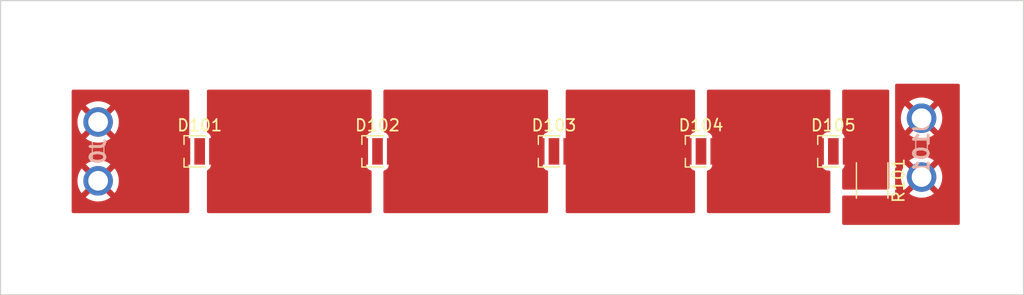
<source format=kicad_pcb>
(kicad_pcb (version 20211014) (generator pcbnew)
  (layers (0 "F.Cu" signal) (31 "B.Cu" signal) (34 "B.Paste" user) (35 "F.Paste" user) (36 "B.SilkS" user "B.Silkscreen") (37 "F.SilkS" user "F.Silkscreen") (38 "B.Mask" user) (39 "F.Mask" user) (44 "Edge.Cuts" user))
  (net 0 "")
  (net 1 "GNDPWR")
  (net 2 "Net-(D101-Pad2)")
  (net 3 "Net-(D102-Pad2)")
  (net 4 "Net-(D103-Pad2)")
  (net 5 "Net-(D104-Pad2)")
  (net 6 "Net-(D105-Pad2)")
  (net 7 "Net-(J101-Pad1)")
  (footprint "LED_SMD:LED_Cree-XB" (layer "F.Cu") (at 104.02 69.85)
    (fp_text reference "D101" (at 0 -2.25) (layer "F.SilkS"))
    (fp_text value "LED")
    (fp_line (start 0.5 -1.35) (end -1.35 -1.35) (layer "F.SilkS") (width 0.12))
    (fp_line (start 0.5 1.35) (end -1.35 1.35) (layer "F.SilkS") (width 0.12))
    (fp_line (start -1.35 1.35) (end -1.35 0.6) (layer "F.SilkS") (width 0.12))
    (fp_line (start -1.35 -1.35) (end -1.35 -0.6) (layer "F.SilkS") (width 0.12))
    (pad "1" smd rect (at -0.98 0) (size 0.33 2.29) (layers "F.Cu" "F.Paste" "F.Mask") (net 1 "GNDPWR"))
    (pad "2" smd rect (at 0.98 0) (size 0.33 2.29) (layers "F.Cu" "F.Paste" "F.Mask") (net 2 "Net-(D101-Pad2)"))
    (pad "3" smd rect (at 0 0) (size 0.92 2.29) (layers "F.Cu" "F.Mask"))
  )
  (footprint "LED_SMD:LED_Cree-XB" (layer "F.Cu") (at 158.75 69.85)
    (fp_text reference "D105" (at 0 -2.25) (layer "F.SilkS"))
    (fp_text value "LED")
    (fp_line (start 0.5 -1.35) (end -1.35 -1.35) (layer "F.SilkS") (width 0.12))
    (fp_line (start 0.5 1.35) (end -1.35 1.35) (layer "F.SilkS") (width 0.12))
    (fp_line (start -1.35 1.35) (end -1.35 0.6) (layer "F.SilkS") (width 0.12))
    (fp_line (start -1.35 -1.35) (end -1.35 -0.6) (layer "F.SilkS") (width 0.12))
    (pad "1" smd rect (at -0.98 0) (size 0.33 2.29) (layers "F.Cu" "F.Paste" "F.Mask") (net 5 "Net-(D104-Pad2)"))
    (pad "2" smd rect (at 0.98 0) (size 0.33 2.29) (layers "F.Cu" "F.Paste" "F.Mask") (net 6 "Net-(D105-Pad2)"))
    (pad "3" smd rect (at 0 0) (size 0.92 2.29) (layers "F.Cu" "F.Mask"))
  )
  (footprint "LED_SMD:LED_Cree-XB" (layer "F.Cu") (at 134.62 69.85)
    (fp_text reference "D103" (at 0 -2.25) (layer "F.SilkS"))
    (fp_text value "LED")
    (fp_line (start -1.35 1.35) (end -1.35 0.6) (layer "F.SilkS") (width 0.12))
    (fp_line (start 0.5 1.35) (end -1.35 1.35) (layer "F.SilkS") (width 0.12))
    (fp_line (start -1.35 -1.35) (end -1.35 -0.6) (layer "F.SilkS") (width 0.12))
    (fp_line (start 0.5 -1.35) (end -1.35 -1.35) (layer "F.SilkS") (width 0.12))
    (pad "1" smd rect (at -0.98 0) (size 0.33 2.29) (layers "F.Cu" "F.Paste" "F.Mask") (net 3 "Net-(D102-Pad2)"))
    (pad "2" smd rect (at 0.98 0) (size 0.33 2.29) (layers "F.Cu" "F.Paste" "F.Mask") (net 4 "Net-(D103-Pad2)"))
    (pad "3" smd rect (at 0 0) (size 0.92 2.29) (layers "F.Cu" "F.Mask"))
  )
  (footprint "Resistor_SMD:R_2010_5025Metric" (layer "F.Cu") (at 162.105 72.3635 -90)
    (fp_text reference "R101" (at 0 -2.28 90) (layer "F.SilkS"))
    (fp_text value "6.2")
    (fp_line (start -1.527064 -1.36) (end 1.527064 -1.36) (layer "F.SilkS") (width 0.12))
    (fp_line (start -1.527064 1.36) (end 1.527064 1.36) (layer "F.SilkS") (width 0.12))
    (pad "1" smd roundrect (at -2.3125 0 270) (size 1.225 2.65) (layers "F.Cu" "F.Paste" "F.Mask") (roundrect_rratio 0.204082) (net 6 "Net-(D105-Pad2)"))
    (pad "2" smd roundrect (at 2.3125 0 270) (size 1.225 2.65) (layers "F.Cu" "F.Paste" "F.Mask") (roundrect_rratio 0.204082) (net 7 "Net-(J101-Pad1)"))
  )
  (footprint "LED_SMD:LED_Cree-XB" (layer "F.Cu") (at 147.32 69.85)
    (fp_text reference "D104" (at 0 -2.25) (layer "F.SilkS"))
    (fp_text value "LED")
    (fp_line (start 0.5 -1.35) (end -1.35 -1.35) (layer "F.SilkS") (width 0.12))
    (fp_line (start -1.35 1.35) (end -1.35 0.6) (layer "F.SilkS") (width 0.12))
    (fp_line (start -1.35 -1.35) (end -1.35 -0.6) (layer "F.SilkS") (width 0.12))
    (fp_line (start 0.5 1.35) (end -1.35 1.35) (layer "F.SilkS") (width 0.12))
    (pad "1" smd rect (at -0.98 0) (size 0.33 2.29) (layers "F.Cu" "F.Paste" "F.Mask") (net 4 "Net-(D103-Pad2)"))
    (pad "2" smd rect (at 0.98 0) (size 0.33 2.29) (layers "F.Cu" "F.Paste" "F.Mask") (net 5 "Net-(D104-Pad2)"))
    (pad "3" smd rect (at 0 0) (size 0.92 2.29) (layers "F.Cu" "F.Mask"))
  )
  (footprint "LED_SMD:LED_Cree-XB" (layer "F.Cu") (at 119.38 69.85)
    (fp_text reference "D102" (at 0 -2.25) (layer "F.SilkS"))
    (fp_text value "LED")
    (fp_line (start 0.5 -1.35) (end -1.35 -1.35) (layer "F.SilkS") (width 0.12))
    (fp_line (start -1.35 1.35) (end -1.35 0.6) (layer "F.SilkS") (width 0.12))
    (fp_line (start 0.5 1.35) (end -1.35 1.35) (layer "F.SilkS") (width 0.12))
    (fp_line (start -1.35 -1.35) (end -1.35 -0.6) (layer "F.SilkS") (width 0.12))
    (pad "1" smd rect (at -0.98 0) (size 0.33 2.29) (layers "F.Cu" "F.Paste" "F.Mask") (net 2 "Net-(D101-Pad2)"))
    (pad "2" smd rect (at 0.98 0) (size 0.33 2.29) (layers "F.Cu" "F.Paste" "F.Mask") (net 3 "Net-(D102-Pad2)"))
    (pad "3" smd rect (at 0 0) (size 0.92 2.29) (layers "F.Cu" "F.Mask"))
  )
  (footprint "SpadeLugs:197054303" (layer "B.Cu") (at 166.37 72.065 90)
    (fp_text reference "J101" (at 2.54 0 90) (layer "B.SilkS") (effects (font (size 1.27 1.27) (thickness 0.254)) (justify mirror)))
    (fp_text value "Brake+" hide)
    (fp_line (start 1.74 0.5) (end 3.34 0.5) (layer "B.SilkS") (width 0.1))
    (fp_line (start 1.74 -0.5) (end 3.34 -0.5) (layer "B.SilkS") (width 0.1))
    (pad "1" thru_hole circle locked (at 0 0 90) (size 2.55 2.55) (drill 1.7) (layers *.Cu *.Mask) (net 7 "Net-(J101-Pad1)"))
    (pad "2" thru_hole circle locked (at 5.08 0 90) (size 2.55 2.55) (drill 1.7) (layers *.Cu *.Mask) (net 7 "Net-(J101-Pad1)"))
  )
  (footprint "SpadeLugs:197054303" (layer "B.Cu") (at 95.25 72.39 90)
    (fp_text reference "J0" (at 2.54 0 90) (layer "B.SilkS") (effects (font (size 1.27 1.27) (thickness 0.254)) (justify mirror)))
    (fp_text value "C-" hide)
    (fp_line (start 1.74 -0.5) (end 3.34 -0.5) (layer "B.SilkS") (width 0.1))
    (fp_line (start 1.74 0.5) (end 3.34 0.5) (layer "B.SilkS") (width 0.1))
    (pad "1" thru_hole circle locked (at 0 0 90) (size 2.55 2.55) (drill 1.7) (layers *.Cu *.Mask) (net 1 "GNDPWR"))
    (pad "2" thru_hole circle locked (at 5.08 0 90) (size 2.55 2.55) (drill 1.7) (layers *.Cu *.Mask) (net 1 "GNDPWR"))
  )
  (gr_rect (start 86.825 56.825) (end 175.175 82.225) (layer "Edge.Cuts") (width 0.1) (fill none))
  (zone (net 5) (net_name "Net-(D104-Pad2)") (layer "F.Cu") (connect_pads yes (clearance 0.508)) (min_thickness 0.254) (fill yes (thermal_gap 0.508) (thermal_bridge_width 0.508))
    (polygon (pts (xy 158.496 75.184) (xy 147.828 75.184) (xy 147.828 64.516) (xy 158.496 64.516)))
  )
  (zone (net 1) (net_name "GNDPWR") (layer "F.Cu") (connect_pads thru_hole_only (clearance 0.508)) (min_thickness 0.254) (fill yes (thermal_gap 0.508) (thermal_bridge_width 0.508))
    (polygon (pts (xy 103.124 68.58) (xy 103.124 75.184) (xy 92.964 75.184) (xy 92.964 64.516) (xy 103.124 64.516)))
  )
  (zone (net 2) (net_name "Net-(D101-Pad2)") (layer "F.Cu") (connect_pads yes (clearance 0.508)) (min_thickness 0.254) (fill yes (thermal_gap 0.508) (thermal_bridge_width 0.508))
    (polygon (pts (xy 118.872 75.184) (xy 104.648 75.184) (xy 104.648 64.516) (xy 118.872 64.516)))
  )
  (zone (net 3) (net_name "Net-(D102-Pad2)") (layer "F.Cu") (connect_pads yes (clearance 0.508)) (min_thickness 0.254) (fill yes (thermal_gap 0.508) (thermal_bridge_width 0.508))
    (polygon (pts (xy 134.112 75.184) (xy 119.888 75.184) (xy 119.888 64.516) (xy 134.112 64.516)))
  )
  (zone (net 4) (net_name "Net-(D103-Pad2)") (layer "F.Cu") (connect_pads yes (clearance 0.508)) (min_thickness 0.254) (fill yes (thermal_gap 0.508) (thermal_bridge_width 0.508))
    (polygon (pts (xy 146.812 75.184) (xy 135.636 75.184) (xy 135.636 64.516) (xy 146.812 64.516)))
  )
  (zone (net 6) (net_name "Net-(D105-Pad2)") (layer "F.Cu") (connect_pads yes (clearance 0.508)) (min_thickness 0.254) (fill yes (thermal_gap 0.508) (thermal_bridge_width 0.508))
    (polygon (pts (xy 163.576 73.152) (xy 159.512 73.152) (xy 159.512 64.516) (xy 163.576 64.516)))
  )
  (zone (net 7) (net_name "Net-(J101-Pad1)") (layer "F.Cu") (connect_pads thru_hole_only (clearance 0.508)) (min_thickness 0.254) (fill yes (thermal_gap 0.508) (thermal_bridge_width 0.508))
    (polygon (pts (xy 169.672 76.2) (xy 159.512 76.2) (xy 159.512 73.66) (xy 164.084 73.66) (xy 164.084 64.008) (xy 169.672 64.008)))
  )
)
</source>
